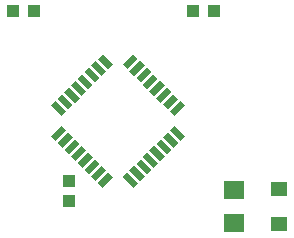
<source format=gtp>
G75*
%MOIN*%
%OFA0B0*%
%FSLAX25Y25*%
%IPPOS*%
%LPD*%
%AMOC8*
5,1,8,0,0,1.08239X$1,22.5*
%
%ADD10R,0.03937X0.04331*%
%ADD11R,0.04331X0.03937*%
%ADD12R,0.05512X0.04724*%
%ADD13R,0.07087X0.06299*%
%ADD14R,0.05000X0.02200*%
%ADD15R,0.02200X0.05000*%
D10*
X0111479Y0023154D03*
X0111479Y0029846D03*
D11*
X0099825Y0086500D03*
X0093132Y0086500D03*
X0153132Y0086500D03*
X0159825Y0086500D03*
D12*
X0181479Y0027406D03*
X0181479Y0015594D03*
D13*
X0166479Y0015988D03*
X0166479Y0027012D03*
D14*
G36*
X0105653Y0044891D02*
X0109187Y0048425D01*
X0110743Y0046869D01*
X0107209Y0043335D01*
X0105653Y0044891D01*
G37*
G36*
X0107880Y0042664D02*
X0111414Y0046198D01*
X0112970Y0044642D01*
X0109436Y0041108D01*
X0107880Y0042664D01*
G37*
G36*
X0110107Y0040437D02*
X0113641Y0043971D01*
X0115197Y0042415D01*
X0111663Y0038881D01*
X0110107Y0040437D01*
G37*
G36*
X0112335Y0038210D02*
X0115869Y0041744D01*
X0117425Y0040188D01*
X0113891Y0036654D01*
X0112335Y0038210D01*
G37*
G36*
X0114562Y0035983D02*
X0118096Y0039517D01*
X0119652Y0037961D01*
X0116118Y0034427D01*
X0114562Y0035983D01*
G37*
G36*
X0116789Y0033756D02*
X0120323Y0037290D01*
X0121879Y0035734D01*
X0118345Y0032200D01*
X0116789Y0033756D01*
G37*
G36*
X0119016Y0031529D02*
X0122550Y0035063D01*
X0124106Y0033507D01*
X0120572Y0029973D01*
X0119016Y0031529D01*
G37*
G36*
X0121243Y0029302D02*
X0124777Y0032836D01*
X0126333Y0031280D01*
X0122799Y0027746D01*
X0121243Y0029302D01*
G37*
G36*
X0145143Y0053202D02*
X0148677Y0056736D01*
X0150233Y0055180D01*
X0146699Y0051646D01*
X0145143Y0053202D01*
G37*
G36*
X0142916Y0055429D02*
X0146450Y0058963D01*
X0148006Y0057407D01*
X0144472Y0053873D01*
X0142916Y0055429D01*
G37*
G36*
X0140689Y0057656D02*
X0144223Y0061190D01*
X0145779Y0059634D01*
X0142245Y0056100D01*
X0140689Y0057656D01*
G37*
G36*
X0138462Y0059883D02*
X0141996Y0063417D01*
X0143552Y0061861D01*
X0140018Y0058327D01*
X0138462Y0059883D01*
G37*
G36*
X0136235Y0062110D02*
X0139769Y0065644D01*
X0141325Y0064088D01*
X0137791Y0060554D01*
X0136235Y0062110D01*
G37*
G36*
X0134008Y0064337D02*
X0137542Y0067871D01*
X0139098Y0066315D01*
X0135564Y0062781D01*
X0134008Y0064337D01*
G37*
G36*
X0131781Y0066564D02*
X0135315Y0070098D01*
X0136871Y0068542D01*
X0133337Y0065008D01*
X0131781Y0066564D01*
G37*
G36*
X0129553Y0068792D02*
X0133087Y0072326D01*
X0134643Y0070770D01*
X0131109Y0067236D01*
X0129553Y0068792D01*
G37*
D15*
G36*
X0121243Y0070770D02*
X0122799Y0072326D01*
X0126333Y0068792D01*
X0124777Y0067236D01*
X0121243Y0070770D01*
G37*
G36*
X0119016Y0068542D02*
X0120572Y0070098D01*
X0124106Y0066564D01*
X0122550Y0065008D01*
X0119016Y0068542D01*
G37*
G36*
X0116789Y0066315D02*
X0118345Y0067871D01*
X0121879Y0064337D01*
X0120323Y0062781D01*
X0116789Y0066315D01*
G37*
G36*
X0114562Y0064088D02*
X0116118Y0065644D01*
X0119652Y0062110D01*
X0118096Y0060554D01*
X0114562Y0064088D01*
G37*
G36*
X0112335Y0061861D02*
X0113891Y0063417D01*
X0117425Y0059883D01*
X0115869Y0058327D01*
X0112335Y0061861D01*
G37*
G36*
X0110107Y0059634D02*
X0111663Y0061190D01*
X0115197Y0057656D01*
X0113641Y0056100D01*
X0110107Y0059634D01*
G37*
G36*
X0107880Y0057407D02*
X0109436Y0058963D01*
X0112970Y0055429D01*
X0111414Y0053873D01*
X0107880Y0057407D01*
G37*
G36*
X0105653Y0055180D02*
X0107209Y0056736D01*
X0110743Y0053202D01*
X0109187Y0051646D01*
X0105653Y0055180D01*
G37*
G36*
X0138462Y0040188D02*
X0140018Y0041744D01*
X0143552Y0038210D01*
X0141996Y0036654D01*
X0138462Y0040188D01*
G37*
G36*
X0140689Y0042415D02*
X0142245Y0043971D01*
X0145779Y0040437D01*
X0144223Y0038881D01*
X0140689Y0042415D01*
G37*
G36*
X0142916Y0044642D02*
X0144472Y0046198D01*
X0148006Y0042664D01*
X0146450Y0041108D01*
X0142916Y0044642D01*
G37*
G36*
X0145143Y0046869D02*
X0146699Y0048425D01*
X0150233Y0044891D01*
X0148677Y0043335D01*
X0145143Y0046869D01*
G37*
G36*
X0136235Y0037961D02*
X0137791Y0039517D01*
X0141325Y0035983D01*
X0139769Y0034427D01*
X0136235Y0037961D01*
G37*
G36*
X0134008Y0035734D02*
X0135564Y0037290D01*
X0139098Y0033756D01*
X0137542Y0032200D01*
X0134008Y0035734D01*
G37*
G36*
X0131781Y0033507D02*
X0133337Y0035063D01*
X0136871Y0031529D01*
X0135315Y0029973D01*
X0131781Y0033507D01*
G37*
G36*
X0129553Y0031280D02*
X0131109Y0032836D01*
X0134643Y0029302D01*
X0133087Y0027746D01*
X0129553Y0031280D01*
G37*
M02*

</source>
